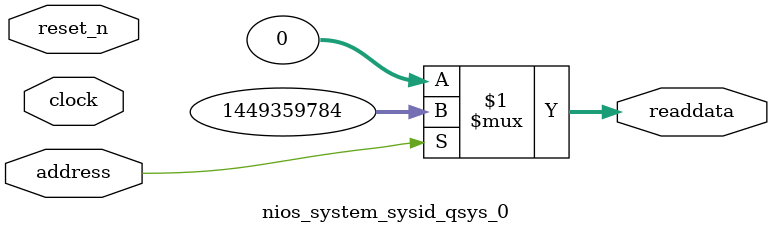
<source format=v>

`timescale 1ns / 1ps
// synthesis translate_on

// turn off superfluous verilog processor warnings 
// altera message_level Level1 
// altera message_off 10034 10035 10036 10037 10230 10240 10030 

module nios_system_sysid_qsys_0 (
               // inputs:
                address,
                clock,
                reset_n,

               // outputs:
                readdata
             )
;

  output  [ 31: 0] readdata;
  input            address;
  input            clock;
  input            reset_n;

  wire    [ 31: 0] readdata;
  //control_slave, which is an e_avalon_slave
  assign readdata = address ? 1449359784 : 0;

endmodule




</source>
